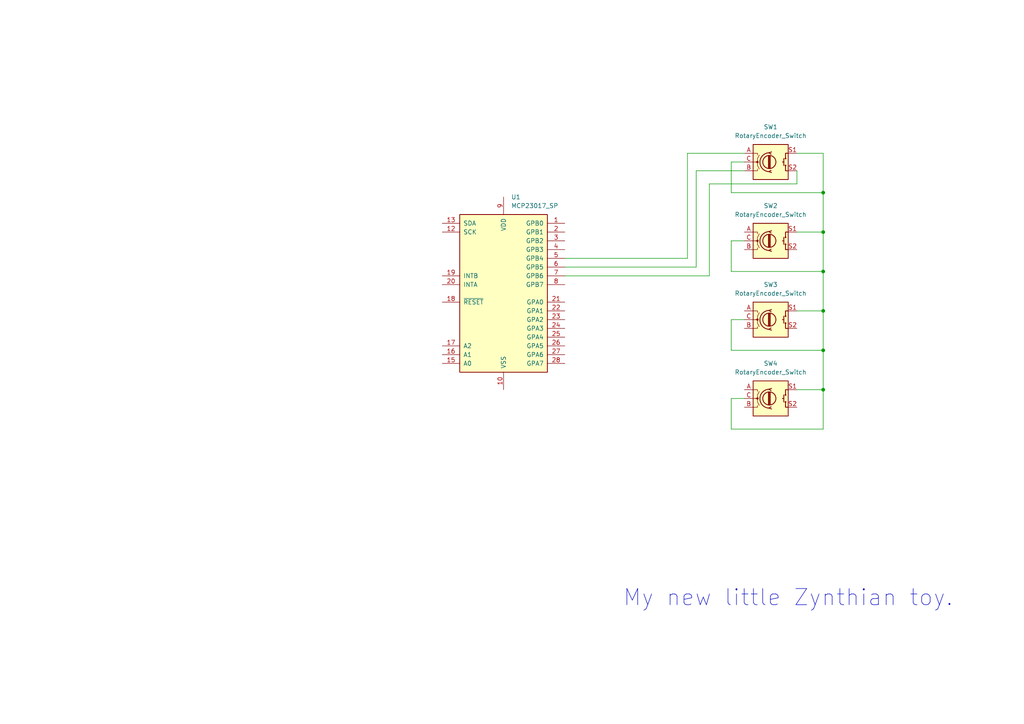
<source format=kicad_sch>
(kicad_sch (version 20231120) (generator "eeschema") (generator_version "8.0")
  (paper "A4")
  (lib_symbols
    (symbol "Device:RotaryEncoder_Switch" (pin_names (offset 0.254) hide)
      (property "Reference" "SW" (at 0 6.604 0))
      (property "Value" "RotaryEncoder_Switch" (at 0 -6.604 0))
      (symbol "RotaryEncoder_Switch_0_1"
        (rectangle (start -5.08 5.08) (end 5.08 -5.08) (stroke (width 0.254)) (fill (type background)))
        (circle (center -3.81 0) (radius 0.254) (fill (type outline)))
        (circle (center -0.381 0) (radius 1.905) (stroke (width 0.254)))
        (arc (start -0.381 2.667) (mid -3.0988 -0.0635) (end -0.381 -2.794) (stroke (width 0.254)))
        (polyline (pts (xy -0.635 -1.778) (xy -0.635 1.778)) (stroke (width 0.254)))
        (polyline (pts (xy -0.381 -1.778) (xy -0.381 1.778)) (stroke (width 0.254)))
        (polyline (pts (xy -0.127 1.778) (xy -0.127 -1.778)) (stroke (width 0.254)))
        (polyline (pts (xy 3.81 0) (xy 3.429 0)) (stroke (width 0.254)))
        (polyline (pts (xy 3.81 1.016) (xy 3.81 -1.016)) (stroke (width 0.254)))
        (polyline (pts (xy -5.08 -2.54) (xy -3.81 -2.54) (xy -3.81 -2.032)))
        (polyline (pts (xy -5.08 2.54) (xy -3.81 2.54) (xy -3.81 2.032)))
        (polyline (pts (xy 0.254 -3.048) (xy -0.508 -2.794) (xy 0.127 -2.413)) (stroke (width 0.254)))
        (polyline (pts (xy 0.254 2.921) (xy -0.508 2.667) (xy 0.127 2.286)) (stroke (width 0.254)))
        (polyline (pts (xy 5.08 -2.54) (xy 4.318 -2.54) (xy 4.318 -1.016)) (stroke (width 0.254)))
        (polyline (pts (xy 5.08 2.54) (xy 4.318 2.54) (xy 4.318 1.016)) (stroke (width 0.254)))
        (polyline (pts (xy -5.08 0) (xy -3.81 0) (xy -3.81 -1.016) (xy -3.302 -2.032)))
        (polyline (pts (xy -4.318 0) (xy -3.81 0) (xy -3.81 1.016) (xy -3.302 2.032)))
        (circle (center 4.318 -1.016) (radius 0.127) (stroke (width 0.254)))
        (circle (center 4.318 1.016) (radius 0.127) (stroke (width 0.254)))
      )
      (symbol "RotaryEncoder_Switch_1_1"
        (pin passive line (at -7.62 2.54 0) (length 2.54) (name "A") (number "A"))
        (pin passive line (at -7.62 -2.54 0) (length 2.54) (name "B") (number "B"))
        (pin passive line (at -7.62 0 0) (length 2.54) (name "C") (number "C"))
        (pin passive line (at 7.62 2.54 180) (length 2.54) (name "S1") (number "S1"))
        (pin passive line (at 7.62 -2.54 180) (length 2.54) (name "S2") (number "S2"))
      )
    )
    (symbol "Interface_Expansion:MCP23017_SP" (pin_names (offset 1.016))
      (property "Reference" "U" (at -11.43 24.13 0))
      (property "Value" "MCP23017_SP" (at 0 0 0))
      (symbol "MCP23017_SP_0_1"
        (rectangle (start -12.7 22.86) (end 12.7 -22.86) (stroke (width 0.254)) (fill (type background)))
      )
      (symbol "MCP23017_SP_1_1"
        (pin bidirectional line (at 17.78 20.32 180) (length 5.08) (name "GPB0") (number "1"))
        (pin power_in line (at 0 -27.94 90) (length 5.08) (name "VSS") (number "10"))
        (pin no_connect line (at -12.7 15.24 0) (length 5.08) hide (name "NC") (number "11"))
        (pin input line (at -17.78 17.78 0) (length 5.08) (name "SCK") (number "12"))
        (pin bidirectional line (at -17.78 20.32 0) (length 5.08) (name "SDA") (number "13"))
        (pin no_connect line (at -12.7 12.7 0) (length 5.08) hide (name "NC") (number "14"))
        (pin input line (at -17.78 -20.32 0) (length 5.08) (name "A0") (number "15"))
        (pin input line (at -17.78 -17.78 0) (length 5.08) (name "A1") (number "16"))
        (pin input line (at -17.78 -15.24 0) (length 5.08) (name "A2") (number "17"))
        (pin input line (at -17.78 -2.54 0) (length 5.08) (name "~{RESET}") (number "18"))
        (pin tri_state line (at -17.78 5.08 0) (length 5.08) (name "INTB") (number "19"))
        (pin bidirectional line (at 17.78 17.78 180) (length 5.08) (name "GPB1") (number "2"))
        (pin tri_state line (at -17.78 2.54 0) (length 5.08) (name "INTA") (number "20"))
        (pin bidirectional line (at 17.78 -2.54 180) (length 5.08) (name "GPA0") (number "21"))
        (pin bidirectional line (at 17.78 -5.08 180) (length 5.08) (name "GPA1") (number "22"))
        (pin bidirectional line (at 17.78 -7.62 180) (length 5.08) (name "GPA2") (number "23"))
        (pin bidirectional line (at 17.78 -10.16 180) (length 5.08) (name "GPA3") (number "24"))
        (pin bidirectional line (at 17.78 -12.7 180) (length 5.08) (name "GPA4") (number "25"))
        (pin bidirectional line (at 17.78 -15.24 180) (length 5.08) (name "GPA5") (number "26"))
        (pin bidirectional line (at 17.78 -17.78 180) (length 5.08) (name "GPA6") (number "27"))
        (pin output line (at 17.78 -20.32 180) (length 5.08) (name "GPA7") (number "28"))
        (pin bidirectional line (at 17.78 15.24 180) (length 5.08) (name "GPB2") (number "3"))
        (pin bidirectional line (at 17.78 12.7 180) (length 5.08) (name "GPB3") (number "4"))
        (pin bidirectional line (at 17.78 10.16 180) (length 5.08) (name "GPB4") (number "5"))
        (pin bidirectional line (at 17.78 7.62 180) (length 5.08) (name "GPB5") (number "6"))
        (pin bidirectional line (at 17.78 5.08 180) (length 5.08) (name "GPB6") (number "7"))
        (pin output line (at 17.78 2.54 180) (length 5.08) (name "GPB7") (number "8"))
        (pin power_in line (at 0 27.94 270) (length 5.08) (name "VDD") (number "9"))
      )
    )
  )
  (junction (at 238.76 90.17))
  (junction (at 238.76 78.74))
  (junction (at 238.76 55.88))
  (junction (at 238.76 113.03))
  (junction (at 238.76 67.31))
  (junction (at 238.76 101.6))
  (wire (pts (xy 238.76 101.6) (xy 238.76 90.17)))
  (wire (pts (xy 231.14 67.31) (xy 238.76 67.31)))
  (wire (pts (xy 212.09 115.57) (xy 212.09 124.46)))
  (wire (pts (xy 212.09 124.46) (xy 238.76 124.46)))
  (wire (pts (xy 212.09 92.71) (xy 212.09 101.6)))
  (wire (pts (xy 215.9 46.99) (xy 212.09 46.99)))
  (wire (pts (xy 238.76 67.31) (xy 238.76 55.88)))
  (wire (pts (xy 238.76 55.88) (xy 238.76 44.45)))
  (wire (pts (xy 199.39 44.45) (xy 199.39 74.93)))
  (wire (pts (xy 212.09 78.74) (xy 238.76 78.74)))
  (wire (pts (xy 238.76 78.74) (xy 238.76 67.31)))
  (wire (pts (xy 163.83 74.93) (xy 199.39 74.93)))
  (wire (pts (xy 212.09 101.6) (xy 238.76 101.6)))
  (wire (pts (xy 205.74 80.01) (xy 205.74 53.34)))
  (wire (pts (xy 215.9 115.57) (xy 212.09 115.57)))
  (wire (pts (xy 231.14 53.34) (xy 231.14 49.53)))
  (wire (pts (xy 212.09 55.88) (xy 238.76 55.88)))
  (wire (pts (xy 201.93 49.53) (xy 215.9 49.53)))
  (wire (pts (xy 231.14 90.17) (xy 238.76 90.17)))
  (wire (pts (xy 163.83 80.01) (xy 205.74 80.01)))
  (wire (pts (xy 238.76 124.46) (xy 238.76 113.03)))
  (wire (pts (xy 205.74 53.34) (xy 231.14 53.34)))
  (wire (pts (xy 212.09 69.85) (xy 212.09 78.74)))
  (wire (pts (xy 215.9 92.71) (xy 212.09 92.71)))
  (wire (pts (xy 238.76 113.03) (xy 238.76 101.6)))
  (wire (pts (xy 231.14 113.03) (xy 238.76 113.03)))
  (wire (pts (xy 212.09 46.99) (xy 212.09 55.88)))
  (wire (pts (xy 215.9 69.85) (xy 212.09 69.85)))
  (wire (pts (xy 238.76 44.45) (xy 231.14 44.45)))
  (wire (pts (xy 238.76 90.17) (xy 238.76 78.74)))
  (wire (pts (xy 163.83 77.47) (xy 201.93 77.47)))
  (wire (pts (xy 201.93 77.47) (xy 201.93 49.53)))
  (wire (pts (xy 199.39 44.45) (xy 215.9 44.45)))
  (text "My new little Zynthian toy." (at 228.6 173.482 0) (effects (font (size 4.7 4.7))))
  (symbol (lib_id "Device:RotaryEncoder_Switch") (at 223.52 46.99 0) (unit 1)
    (property "Reference" "SW1" (at 223.52 36.83 0))
    (property "Value" "RotaryEncoder_Switch" (at 223.52 39.37 0))
    (property "Description" "Rotary encoder, dual channel, incremental quadrate outputs, with switch" (effects (hide yes)))
  )
  (symbol (lib_id "Device:RotaryEncoder_Switch") (at 223.52 92.71 0) (unit 1)
    (property "Reference" "SW3" (at 223.52 82.55 0))
    (property "Value" "RotaryEncoder_Switch" (at 223.52 85.09 0))
    (property "Description" "Rotary encoder, dual channel, incremental quadrate outputs, with switch" (effects (hide yes)))
  )
  (symbol (lib_id "Interface_Expansion:MCP23017_SP") (at 146.05 85.09 0) (unit 1)
    (property "Reference" "U1" (at 148.2441 57.15 0) (effects (justify left)))
    (property "Value" "MCP23017_SP" (at 148.2441 59.69 0) (effects (justify left)))
    (property "Footprint" "Package_DIP:DIP-28_W7.62mm" (effects (hide yes)))
    (property "Datasheet" "https://ww1.microchip.com/downloads/aemDocuments/documents/APID/ProductDocuments/DataSheets/MCP23017-Data-Sheet-DS20001952.pdf" (effects (hide yes)))
    (property "Description" "16-bit I/O expander, I2C, interrupts, w pull-ups, SPDIP-28" (effects (hide yes)))
  )
  (symbol (lib_id "Device:RotaryEncoder_Switch") (at 223.52 115.57 0) (unit 1)
    (property "Reference" "SW4" (at 223.52 105.41 0))
    (property "Value" "RotaryEncoder_Switch" (at 223.52 107.95 0))
    (property "Description" "Rotary encoder, dual channel, incremental quadrate outputs, with switch" (effects (hide yes)))
  )
  (symbol (lib_id "Device:RotaryEncoder_Switch") (at 223.52 69.85 0) (unit 1)
    (property "Reference" "SW2" (at 223.52 59.69 0))
    (property "Value" "RotaryEncoder_Switch" (at 223.52 62.23 0))
    (property "Description" "Rotary encoder, dual channel, incremental quadrate outputs, with switch" (effects (hide yes)))
  )
)
</source>
